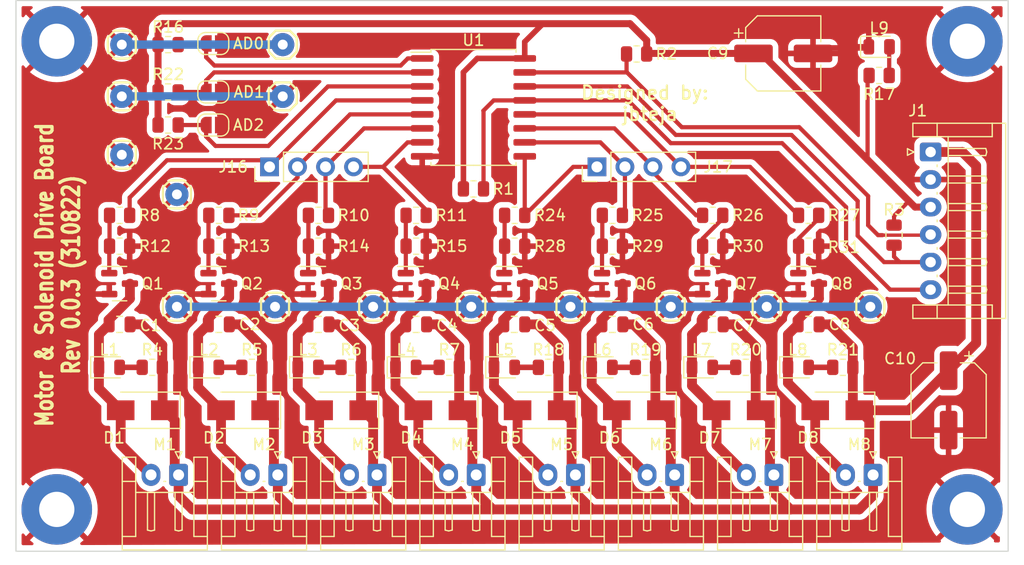
<source format=kicad_pcb>
(kicad_pcb (version 20211014) (generator pcbnew)
  (layers (0 "F.Cu" signal) (31 "B.Cu" signal) (34 "B.Paste" user) (35 "F.Paste" user) (36 "B.SilkS" user "B.Silkscreen") (37 "F.SilkS" user "F.Silkscreen") (38 "B.Mask" user) (39 "F.Mask" user) (44 "Edge.Cuts" user))
  (net 0 "")
  (net 1 "+12V")
  (net 2 "Net-(C1-Pad2)")
  (net 3 "Net-(C2-Pad2)")
  (net 4 "Net-(C3-Pad2)")
  (net 5 "Net-(C4-Pad2)")
  (net 6 "+5V")
  (net 7 "GND")
  (net 8 "Net-(C6-Pad2)")
  (net 9 "Net-(C7-Pad2)")
  (net 10 "Net-(C8-Pad2)")
  (net 11 "/SCL")
  (net 12 "/SDA")
  (net 13 "/~{INT}")
  (net 14 "/A0")
  (net 15 "/A1")
  (net 16 "/A2")
  (net 17 "Net-(L1-Pad2)")
  (net 18 "Net-(Q1-Pad1)")
  (net 19 "Net-(Q2-Pad1)")
  (net 20 "Net-(Q3-Pad1)")
  (net 21 "Net-(Q4-Pad1)")
  (net 22 "Net-(Q5-Pad1)")
  (net 23 "Net-(Q6-Pad1)")
  (net 24 "Net-(Q7-Pad1)")
  (net 25 "Net-(Q8-Pad1)")
  (net 26 "/P0")
  (net 27 "/P1")
  (net 28 "/P2")
  (net 29 "/P3")
  (net 30 "/P4")
  (net 31 "/P5")
  (net 32 "/P6")
  (net 33 "/P7")
  (net 34 "Net-(L2-Pad2)")
  (net 35 "Net-(L3-Pad2)")
  (net 36 "Net-(L4-Pad2)")
  (net 37 "Net-(L5-Pad2)")
  (net 38 "Net-(L6-Pad2)")
  (net 39 "Net-(L7-Pad2)")
  (net 40 "Net-(L8-Pad2)")
  (net 41 "Net-(L9-Pad2)")
  (net 42 "Net-(C5-Pad2)")
  (footprint "Package_TO_SOT_SMD:SOT-23" (layer "F.Cu") (at 158.2 99)
    (fp_text reference "Q7")
    (fp_text value "AO3400A")
  )
  (footprint "Diode_SMD:D_SMA" (layer "F.Cu") (at 133.5 110.5 180)
    (fp_text reference "D4")
    (fp_text value "1N4007")
  )
  (footprint "Resistor_SMD:R_0805_2012Metric" (layer "F.Cu") (at 149.1 95.6)
    (fp_text reference "R29")
    (fp_text value "10K")
  )
  (footprint "Resistor_SMD:R_0805_2012Metric" (layer "F.Cu") (at 131.3 92.8 180)
    (fp_text reference "R11")
    (fp_text value "220")
  )
  (footprint "Connector_JST:JST_EH_S2B-EH_1x02_P2.50mm_Horizontal" (layer "F.Cu") (at 172.75 116.3675 180)
    (fp_text reference "M8")
    (fp_text value "Motor_DC")
  )
  (footprint "Package_TO_SOT_SMD:SOT-23" (layer "F.Cu") (at 166.9 99)
    (fp_text reference "Q8")
    (fp_text value "AO3400A")
  )
  (footprint "LED_SMD:LED_0805_2012Metric" (layer "F.Cu") (at 165.9625 106.6)
    (fp_text reference "L8")
    (fp_text value "RED")
  )
  (footprint "Resistor_SMD:R_0805_2012Metric" (layer "F.Cu") (at 149.1 92.8 180)
    (fp_text reference "R25")
    (fp_text value "220")
  )
  (footprint "Resistor_SMD:R_0805_2012Metric" (layer "F.Cu") (at 136.5 90.4)
    (fp_text reference "R1")
    (fp_text value "4.7K")
  )
  (footprint "Connectors:1X01" (layer "F.Cu") (at 119.2 77.3)
    (fp_text reference "J5" hide)
    (fp_text value "Conn_01x01_Male" hide)
  )
  (footprint "Resistor_SMD:R_0805_2012Metric" (layer "F.Cu") (at 107.3625 106.6 180)
    (fp_text reference "R4")
    (fp_text value "3.3K")
  )
  (footprint "Diode_SMD:D_SMA" (layer "F.Cu") (at 151.5 110.5 180)
    (fp_text reference "D6")
    (fp_text value "1N4007")
  )
  (footprint "Resistor_SMD:R_0805_2012Metric" (layer "F.Cu") (at 170 106.6 180)
    (fp_text reference "R21")
    (fp_text value "3.3K")
  )
  (footprint "Connector_JST:JST_EH_S6B-EH_1x06_P2.50mm_Horizontal" (layer "F.Cu") (at 177.9675 87.05 -90)
    (fp_text reference "J1")
    (fp_text value "Conn_01x06")
  )
  (footprint "Connectors:1X01" (layer "F.Cu") (at 163.1 101.1)
    (fp_text reference "J11" hide)
    (fp_text value "Conn_01x01_Male" hide)
  )
  (footprint "Connector_PinHeader_2.54mm:PinHeader_1x04_P2.54mm_Vertical" (layer "F.Cu") (at 147.7 88.4 90)
    (fp_text reference "J17")
    (fp_text value "Conn_01x04")
  )
  (footprint "Resistor_SMD:R_0805_2012Metric" (layer "F.Cu") (at 158.2 95.6)
    (fp_text reference "R30")
    (fp_text value "10K")
  )
  (footprint "Resistor_SMD:R_0805_2012Metric" (layer "F.Cu") (at 166.9 95.6)
    (fp_text reference "R31")
    (fp_text value "10K")
  )
  (footprint "Capacitor_SMD:C_0805_2012Metric" (layer "F.Cu") (at 158.2 102.7 180)
    (fp_text reference "C7")
    (fp_text value "0.1uF")
  )
  (footprint "Diode_SMD:D_SMA" (layer "F.Cu") (at 106.5 110.5 180)
    (fp_text reference "D1")
    (fp_text value "1N4007")
  )
  (footprint "Connectors:1X01" (layer "F.Cu") (at 109.6 90.9)
    (fp_text reference "J6" hide)
    (fp_text value "Conn_01x01_Male" hide)
  )
  (footprint "Resistor_SMD:R_0805_2012Metric" (layer "F.Cu") (at 131.3 95.6)
    (fp_text reference "R15")
    (fp_text value "10K")
  )
  (footprint "LED_SMD:LED_0805_2012Metric" (layer "F.Cu") (at 103.4625 106.6)
    (fp_text reference "L1")
    (fp_text value "RED")
  )
  (footprint "Resistor_SMD:R_0805_2012Metric" (layer "F.Cu") (at 143.3 106.6 180)
    (fp_text reference "R18")
    (fp_text value "3.3K")
  )
  (footprint "Resistor_SMD:R_0805_2012Metric" (layer "F.Cu") (at 140.2375 95.6)
    (fp_text reference "R28")
    (fp_text value "10K")
  )
  (footprint "Diode_SMD:D_SMA" (layer "F.Cu") (at 160.55 110.5 180)
    (fp_text reference "D7")
    (fp_text value "1N4007")
  )
  (footprint "Connectors:1X01" (layer "F.Cu") (at 136.3 101.1)
    (fp_text reference "J14" hide)
    (fp_text value "Conn_01x01_Male" hide)
  )
  (footprint "Capacitor_SMD:C_0805_2012Metric" (layer "F.Cu") (at 113.4 102.7 180)
    (fp_text reference "C2")
    (fp_text value "0.1uF")
  )
  (footprint "Capacitor_SMD:C_0805_2012Metric" (layer "F.Cu") (at 104.4 102.7 180)
    (fp_text reference "C1")
    (fp_text value "0.1uF")
  )
  (footprint "Resistor_SMD:R_0805_2012Metric" (layer "F.Cu") (at 116.4 106.6 180)
    (fp_text reference "R5")
    (fp_text value "3.3K")
  )
  (footprint "LED_SMD:LED_0805_2012Metric" (layer "F.Cu") (at 148.1625 106.6)
    (fp_text reference "L6")
    (fp_text value "RED")
  )
  (footprint "MountingHole:MountingHole_3.2mm_M3_Pad" (layer "F.Cu") (at 98.7 77)
    (fp_text reference "H2" hide)
    (fp_text value "MountingHole")
  )
  (footprint "Capacitor_SMD:C_0805_2012Metric" (layer "F.Cu") (at 166.9 102.7 180)
    (fp_text reference "C8")
    (fp_text value "0.1uF")
  )
  (footprint "Connector_JST:JST_EH_S2B-EH_1x02_P2.50mm_Horizontal" (layer "F.Cu") (at 109.75 116.3675 180)
    (fp_text reference "M1")
    (fp_text value "Motor_DC")
  )
  (footprint "Package_TO_SOT_SMD:SOT-23" (layer "F.Cu") (at 104.4 99)
    (fp_text reference "Q1")
    (fp_text value "AO3400A")
  )
  (footprint "LED_SMD:LED_0805_2012Metric" (layer "F.Cu") (at 139.3 106.6)
    (fp_text reference "L5")
    (fp_text value "RED")
  )
  (footprint "Resistor_SMD:R_0805_2012Metric" (layer "F.Cu") (at 140.2375 92.8 180)
    (fp_text reference "R24")
    (fp_text value "220")
  )
  (footprint "MountingHole:MountingHole_3.2mm_M3_Pad" (layer "F.Cu") (at 181.3 119.5)
    (fp_text reference "H1" hide)
    (fp_text value "MountingHole")
  )
  (footprint "Connector_JST:JST_EH_S2B-EH_1x02_P2.50mm_Horizontal" (layer "F.Cu") (at 118.75 116.3675 180)
    (fp_text reference "M2")
    (fp_text value "Motor_DC")
  )
  (footprint "Connector_JST:JST_EH_S2B-EH_1x02_P2.50mm_Horizontal" (layer "F.Cu") (at 145.75 116.3675 180)
    (fp_text reference "M5")
    (fp_text value "Motor_DC")
  )
  (footprint "Resistor_SMD:R_0805_2012Metric" (layer "F.Cu") (at 122.4375 92.8 180)
    (fp_text reference "R10")
    (fp_text value "220")
  )
  (footprint "Resistor_SMD:R_0805_2012Metric" (layer "F.Cu") (at 104.4 95.6)
    (fp_text reference "R12")
    (fp_text value "10K")
  )
  (footprint "Connector_JST:JST_EH_S2B-EH_1x02_P2.50mm_Horizontal" (layer "F.Cu") (at 136.75 116.3675 180)
    (fp_text reference "M4")
    (fp_text value "Motor_DC")
  )
  (footprint "Package_TO_SOT_SMD:SOT-23" (layer "F.Cu") (at 113.4 99)
    (fp_text reference "Q2")
    (fp_text value "AO3400A")
  )
  (footprint "Package_TO_SOT_SMD:SOT-23" (layer "F.Cu") (at 122.4375 99)
    (fp_text reference "Q3")
    (fp_text value "AO3400A")
  )
  (footprint "LED_SMD:LED_0805_2012Metric" (layer "F.Cu") (at 130.3625 106.6)
    (fp_text reference "L4")
    (fp_text value "RED")
  )
  (footprint "Package_SO:SOIC-16W_7.5x10.3mm_P1.27mm" (layer "F.Cu") (at 136.5 83)
    (fp_text reference "U1")
    (fp_text value "PCF8574")
  )
  (footprint "Resistor_SMD:R_0805_2012Metric" (layer "F.Cu") (at 134.3 106.6 180)
    (fp_text reference "R7")
    (fp_text value "3.3K")
  )
  (footprint "LED_SMD:LED_0805_2012Metric" (layer "F.Cu") (at 173.3 77.5)
    (fp_text reference "L9")
    (fp_text value "RED")
  )
  (footprint "Capacitor_SMD:CP_Elec_6.3x7.7" (layer "F.Cu") (at 164.6 78.1)
    (fp_text reference "C9")
    (fp_text value "100uF")
  )
  (footprint "Package_TO_SOT_SMD:SOT-23" (layer "F.Cu") (at 149.1 99)
    (fp_text reference "Q6")
    (fp_text value "AO3400A")
  )
  (footprint "Connectors:1X01" (layer "F.Cu") (at 119.2 82)
    (fp_text reference "J7" hide)
    (fp_text value "Conn_01x01_Male" hide)
  )
  (footprint "LED_SMD:LED_0805_2012Metric" (layer "F.Cu") (at 112.4625 106.6)
    (fp_text reference "L2")
    (fp_text value "RED")
  )
  (footprint "Capacitor_SMD:C_0805_2012Metric" (layer "F.Cu") (at 122.4375 102.7 180)
    (fp_text reference "C3")
    (fp_text value "0.1uF")
  )
  (footprint "Connectors:1X01" (layer "F.Cu") (at 145.3 101.1)
    (fp_text reference "J10" hide)
    (fp_text value "Conn_01x01_Male" hide)
  )
  (footprint "Resistor_SMD:R_0805_2012Metric" (layer "F.Cu") (at 152.1 106.6 180)
    (fp_text reference "R19")
    (fp_text value "3.3K")
  )
  (footprint "Resistor_SMD:R_0805_2012Metric" (layer "F.Cu") (at 113.4 95.6)
    (fp_text reference "R13")
    (fp_text value "10K")
  )
  (footprint "Connectors:1X01" (layer "F.Cu") (at 109.6 101.1)
    (fp_text reference "J2" hide)
    (fp_text value "Conn_01x01_Male" hide)
  )
  (footprint "Jumper:SolderJumper-2_P1.3mm_Open_RoundedPad1.0x1.5mm" (layer "F.Cu") (at 112.9 84.6)
    (fp_text reference "AD2")
    (fp_text value "JUMPER-SMT_2_NO")
  )
  (footprint "Resistor_SMD:R_0805_2012Metric" (layer "F.Cu") (at 108.8 84.6)
    (fp_text reference "R23")
    (fp_text value "10K")
  )
  (footprint "Resistor_SMD:R_0805_2012Metric" (layer "F.Cu") (at 158.2 92.8)
    (fp_text reference "R26")
    (fp_text value "220")
  )
  (footprint "Connector_PinHeader_2.54mm:PinHeader_1x04_P2.54mm_Vertical" (layer "F.Cu") (at 118 88.4 90)
    (fp_text reference "J16")
    (fp_text value "Conn_01x04")
  )
  (footprint "Package_TO_SOT_SMD:SOT-23" (layer "F.Cu") (at 131.3 99)
    (fp_text reference "Q4")
    (fp_text value "AO3400A")
  )
  (footprint "Resistor_SMD:R_0805_2012Metric" (layer "F.Cu") (at 108.8 77.3)
    (fp_text reference "R16")
    (fp_text value "10K")
  )
  (footprint "Connectors:1X01" (layer "F.Cu") (at 172.5 101.1)
    (fp_text reference "J13" hide)
    (fp_text value "Conn_01x01_Male" hide)
  )
  (footprint "Diode_SMD:D_SMA" (layer "F.Cu") (at 142.5 110.5 180)
    (fp_text reference "D5")
    (fp_text value "1N4007")
  )
  (footprint "Capacitor_SMD:C_0805_2012Metric" (layer "F.Cu") (at 131.3 102.7 180)
    (fp_text reference "C4")
    (fp_text value "0.1uF")
  )
  (footprint "Connectors:1X01" (layer "F.Cu") (at 104.6 82)
    (fp_text reference "J4" hide)
    (fp_text value "Conn_01x01_Male" hide)
  )
  (footprint "Capacitor_SMD:CP_Elec_6.3x7.7" (layer "F.Cu") (at 179.6 109.6 -90)
    (fp_text reference "C10")
    (fp_text value "100uF")
  )
  (footprint "Connector_JST:JST_EH_S2B-EH_1x02_P2.50mm_Horizontal" (layer "F.Cu") (at 127.75 116.3675 180)
    (fp_text reference "M3")
    (fp_text value "Motor_DC")
  )
  (footprint "Package_TO_SOT_SMD:SOT-23" (layer "F.Cu") (at 140.2375 99)
    (fp_text reference "Q5")
    (fp_text value "AO3400A")
  )
  (footprint "MountingHole:MountingHole_3.2mm_M3_Pad" (layer "F.Cu") (at 181.3 77)
    (fp_text reference "H4" hide)
    (fp_text value "MountingHole")
  )
  (footprint "Connectors:1X01" (layer "F.Cu") (at 154.4 101.1)
    (fp_text reference "J12" hide)
    (fp_text value "Conn_01x01_Male" hide)
  )
  (footprint "Capacitor_SMD:C_0805_2012Metric" (layer "F.Cu") (at 140.2 102.7 180)
    (fp_text reference "C5")
    (fp_text value "0.1uF")
  )
  (footprint "Resistor_SMD:R_0805_2012Metric" (layer "F.Cu") (at 104.4 92.8 180)
    (fp_text reference "R8")
    (fp_text value "220")
  )
  (footprint "LED_SMD:LED_0805_2012Metric" (layer "F.Cu") (at 121.5 106.6)
    (fp_text reference "L3")
    (fp_text value "RED")
  )
  (footprint "Connectors:1X01" (layer "F.Cu") (at 118.5 101.1)
    (fp_text reference "J9" hide)
    (fp_text value "Conn_01x01_Male" hide)
  )
  (footprint "Resistor_SMD:R_0805_2012Metric" (layer "F.Cu") (at 173.3 80.1)
    (fp_text reference "R17")
    (fp_text value "1.5K")
  )
  (footprint "Jumper:SolderJumper-2_P1.3mm_Open_RoundedPad1.0x1.5mm" (layer "F.Cu") (at 112.9 81.6)
    (fp_text reference "AD1")
    (fp_text value "JUMPER-SMT_2_NO")
  )
  (footprint "Resistor_SMD:R_0805_2012Metric" (layer "F.Cu") (at 125.4 106.6 180)
    (fp_text reference "R6")
    (fp_text value "3.3K")
  )
  (footprint "Resistor_SMD:R_0805_2012Metric" (layer "F.Cu") (at 161.2 106.6 180)
    (fp_text reference "R20")
    (fp_text value "3.3K")
  )
  (footprint "Resistor_SMD:R_0805_2012Metric" (layer "F.Cu") (at 108.8 81.6)
    (fp_text reference "R22")
    (fp_text value "10K")
  )
  (footprint "Jumper:SolderJumper-2_P1.3mm_Open_RoundedPad1.0x1.5mm" (layer "F.Cu") (at 112.9 77.2)
    (fp_text reference "AD0")
    (fp_text value "JUMPER-SMT_2_NO")
  )
  (footprint "Diode_SMD:D_SMA" (layer "F.Cu") (at 124.5 110.5 180)
    (fp_text reference "D3")
    (fp_text value "1N4007")
  )
  (footprint "Connector_JST:JST_EH_S2B-EH_1x02_P2.50mm_Horizontal" (layer "F.Cu") (at 154.75 116.3675 180)
    (fp_text reference "M6")
    (fp_text value "Motor_DC")
  )
  (footprint "Connectors:1X01" (layer "F.Cu") (at 104.6 87.3)
    (fp_text reference "J15" hide)
    (fp_text value "Conn_01x01_Male" hide)
  )
  (footprint "Resistor_SMD:R_0805_2012Metric" (layer "F.Cu") (at 166.9 92.8)
    (fp_text reference "R27")
    (fp_text value "220")
  )
  (footprint "Capacitor_SMD:C_0805_2012Metric" (layer "F.Cu") (at 149.1 102.7 180)
    (fp_text reference "C6")
    (fp_text value "0.1uF")
  )
  (footprint "Resistor_SMD:R_0805_2012Metric" (layer "F.Cu") (at 151.3 78.15 180)
    (fp_text reference "R2")
    (fp_text value "4.7K")
  )
  (footprint "Diode_SMD:D_SMA" (layer "F.Cu") (at 115.6 110.5 180)
    (fp_text reference "D2")
    (fp_text value "1N4007")
  )
  (footprint "Connectors:1X01" (layer "F.Cu") (at 127.4 101.1)
    (fp_text reference "J3" hide)
    (fp_text value "Conn_01x01_Male" hide)
  )
  (footprint "Connector_JST:JST_EH_S2B-EH_1x02_P2.50mm_Horizontal" (layer "F.Cu") (at 163.75 116.3675 180)
    (fp_text reference "M7")
    (fp_text value "Motor_DC")
  )
  (footprint "Diode_SMD:D_SMA" (layer "F.Cu") (at 169.5 110.5 180)
    (fp_text reference "D8")
    (fp_text value "1N4007")
  )
  (footprint "LED_SMD:LED_0805_2012Metric" (layer "F.Cu") (at 157.2625 106.6)
    (fp_text reference "L7")
    (fp_text value "RED")
  )
  (footprint "Connectors:1X01" (layer "F.Cu") (at 104.6 77.3)
    (fp_text reference "J8" hide)
    (fp_text value "Conn_01x01_Male" hide)
  )
  (footprint "MountingHole:MountingHole_3.2mm_M3_Pad" (layer "F.Cu") (at 98.7 119.5)
    (fp_text reference "H3" hide)
    (fp_text value "MountingHole")
  )
  (footprint "Resistor_SMD:R_0805_2012Metric" (layer "F.Cu") (at 113.4 92.8 180)
    (fp_text reference "R9")
    (fp_text value "220")
  )
  (footprint "Resistor_SMD:R_0805_2012Metric" (layer "F.Cu") (at 122.4375 95.6)
    (fp_text reference "R14")
    (fp_text value "10K")
  )
  (footprint "Resistor_SMD:R_0805_2012Metric" (layer "F.Cu") (at 174.65 94.6 -90)
    (fp_text reference "R3")
    (fp_text value "4.7K")
  )
  (gr_rect (start 95 123.3) (end 185 73.3) (layer "Edge.Cuts") (width 0.1) (fill none))
  (gr_text "Motor & Solenoid Drive Board\nRev 0.0.3 (310822)" (at 98.8 98.2 90) (layer "F.SilkS") (effects (font (size 1.5 1.2) (thickness 0.3))))
  (gr_text "Designed by: \njbteja\n\n" (at 152.5 83.6) (layer "F.SilkS") (effects (font (size 1.2 1.2) (thickness 0.2))))
  (segment (start 108.5 110.5) (end 108.3 110.3) (width 0.889) (layer "F.Cu") (net 1))
  (segment (start 162.1 110.05) (end 162.1 106.6125) (width 0.889) (layer "F.Cu") (net 1))
  (segment (start 144.2125 104.6125) (end 142.3 102.7) (width 0.889) (layer "F.Cu") (net 1))
  (segment (start 127.4 116.0175) (end 127.4 111.4) (width 0.889) (layer "F.Cu") (net 1))
  (segment (start 154.4 111.4) (end 153.5 110.5) (width 0.889) (layer "F.Cu") (net 1))
  (segment (start 168.8 102.7) (end 167.85 102.7) (width 0.889) (layer "F.Cu") (net 1))
  (segment (start 170.9125 104.8125) (end 168.8 102.7) (width 0.889) (layer "F.Cu") (net 1))
  (segment (start 109.75 116.3675) (end 109.4 116.0175) (width 0.889) (layer "F.Cu") (net 1))
  (segment (start 163.4 111.35) (end 162.55 110.5) (width 0.889) (layer "F.Cu") (net 1))
  (segment (start 120 119.5) (end 111 119.5) (width 0.889) (layer "F.Cu") (net 1))
  (segment (start 162.1 106.6125) (end 162.1125 106.6) (width 0.889) (layer "F.Cu") (net 1))
  (segment (start 153.0125 104.7125) (end 151 102.7) (width 0.889) (layer "F.Cu") (net 1))
  (segment (start 126.3125 104.8125) (end 124.2 102.7) (width 0.889) (layer "F.Cu") (net 1))
  (segment (start 136.75 118) (end 138.25 119.5) (width 0.889) (layer "F.Cu") (net 1))
  (segment (start 118.75 116.3675) (end 118.75 118.25) (width 0.889) (layer "F.Cu") (net 1))
  (segment (start 118.75 118.25) (end 120 119.5) (width 0.889) (layer "F.Cu") (net 1))
  (segment (start 145.75 118) (end 147.25 119.5) (width 0.889) (layer "F.Cu") (net 1))
  (segment (start 135.2 106.6125) (end 135.2125 106.6) (width 0.889) (layer "F.Cu") (net 1))
  (segment (start 126.3125 106.6) (end 126.3125 104.8125) (width 0.889) (layer "F.Cu") (net 1))
  (segment (start 165.25 119.5) (end 156.25 119.5) (width 0.889) (layer "F.Cu") (net 1))
  (segment (start 117.3 106.6125) (end 117.3125 106.6) (width 0.889) (layer "F.Cu") (net 1))
  (segment (start 153 110) (end 153 106.6125) (width 0.889) (layer "F.Cu") (net 1))
  (segment (start 109.4 111.4) (end 108.5 110.5) (width 0.889) (layer "F.Cu") (net 1))
  (segment (start 144.2 106.6125) (end 144.2125 106.6) (width 0.889) (layer "F.Cu") (net 1))
  (segment (start 126.5 110.5) (end 126.3 110.3) (width 0.889) (layer "F.Cu") (net 1))
  (segment (start 109.75 118.25) (end 109.75 116.3675) (width 0.889) (layer "F.Cu") (net 1))
  (segment (start 163.75 116.3675) (end 163.75 118) (width 0.889) (layer "F.Cu") (net 1))
  (segment (start 176 110.5) (end 171.5 110.5) (width 0.889) (layer "F.Cu") (net 1))
  (segment (start 135.2125 106.6) (end 135.2125 104.7125) (width 0.889) (layer "F.Cu") (net 1))
  (segment (start 129 119.5) (end 120 119.5) (width 0.889) (layer "F.Cu") (net 1))
  (segment (start 154.75 118) (end 156.25 119.5) (width 0.889) (layer "F.Cu") (net 1))
  (segment (start 179.6 106.9) (end 176 110.5) (width 0.889) (layer "F.Cu") (net 1))
  (segment (start 127.4 111.4) (end 126.5 110.5) (width 0.889) (layer "F.Cu") (net 1))
  (segment (start 172.75 118.25) (end 171.5 119.5) (width 0.889) (layer "F.Cu") (net 1))
  (segment (start 138.25 119.5) (end 147.25 119.5) (width 0.889) (layer "F.Cu") (net 1))
  (segment (start 136.75 116.3675) (end 136.75 118) (width 0.889) (layer "F.Cu") (net 1))
  (segment (start 136.4 111.4) (end 135.5 110.5) (width 0.889) (layer "F.Cu") (net 1))
  (segment (start 126.3 110.3) (end 126.3 106.6125) (width 0.889) (layer "F.Cu") (net 1))
  (segment (start 154.75 116.3675) (end 154.75 118) (width 0.889) (layer "F.Cu") (net 1))
  (segment (start 147.25 119.5) (end 156.25 119.5) (width 0.889) (layer "F.Cu") (net 1))
  (segment (start 108.3 110.3) (end 108.3 106.625) (width 0.889) (layer "F.Cu") (net 1))
  (segment (start 154.75 116.3675) (end 154.4 116.0175) (width 0.889) (layer "F.Cu") (net 1))
  (segment (start 108.3 106.625) (end 108.275 106.6) (width 0.889) (layer "F.Cu") (net 1))
  (segment (start 171.5 110.5) (end 170.9125 109.9125) (width 0.889) (layer "F.Cu") (net 1))
  (segment (start 162.1125 106.6) (end 162.1125 104.7125) (width 0.889) (layer "F.Cu") (net 1))
  (segment (start 172.75 116.3675) (end 172.4 116.0175) (width 0.889) (layer "F.Cu") (net 1))
  (segment (start 142.3 102.7) (end 141.15 102.7) (width 0.889) (layer "F.Cu") (net 1))
  (segment (start 117.3125 106.6) (end 117.3125 104.7125) (width 0.889) (layer "F.Cu") (net 1))
  (segment (start 118.4 116.0175) (end 118.4 111.3) (width 0.889) (layer "F.Cu") (net 1))
  (segment (start 145.4 116.0175) (end 145.4 111.4) (width 0.889) (layer "F.Cu") (net 1))
  (segment (start 170.9125 109.9125) (end 170.9125 106.6) (width 0.889) (layer "F.Cu") (net 1))
  (segment (start 145.75 116.3675) (end 145.75 118) (width 0.889) (layer "F.Cu") (net 1))
  (segment (start 162.1125 104.7125) (end 160.1 102.7) (width 0.889) (layer "F.Cu") (net 1))
  (segment (start 172.75 116.3675) (end 172.75 118.25) (width 0.889) (layer "F.Cu") (net 1))
  (segment (start 124.2 102.7) (end 123.3875 102.7) (width 0.889) (layer "F.Cu") (net 1))
  (segment (start 172.4 111.4) (end 171.5 110.5) (width 0.889) (layer "F.Cu") (net 1))
  (segment (start 135.5 110.5) (end 135.2 110.2) (width 0.889) (layer "F.Cu") (net 1))
  (segment (start 145.75 116.3675) (end 145.4 116.0175) (width 0.889) (layer "F.Cu") (net 1))
  (segment (start 171.5 119.5) (end 165.25 119.5) (width 0.889) (layer "F.Cu") (net 1))
  (segment (start 126.3 106.6125) (end 126.3125 106.6) (width 0.889) (layer "F.Cu") (net 1))
  (segment (start 163.75 116.3675) (end 163.4 116.0175) (width 0.889) (layer "F.Cu") (net 1))
  (segment (start 153 106.6125) (end 153.0125 106.6) (width 0.889) (layer "F.Cu") (net 1))
  (segment (start 117.6 110.5) (end 117.3 110.2) (width 0.889) (layer "F.Cu") (net 1))
  (segment (start 172.4 116.0175) (end 172.4 111.4) (width 0.889) (layer "F.Cu") (net 1))
  (segment (start 108.275 106.6) (end 108.275 104.575) (width 0.889) (layer "F.Cu") (net 1))
  (segment (start 136.4 116.0175) (end 136.4 111.4) (width 0.889) (layer "F.Cu") (net 1))
  (segment (start 177.9675 87.05) (end 180.85 87.05) (width 0.889) (layer "F.Cu") (net 1))
  (segment (start 127.75 118.25) (end 129 119.5) (width 0.889) (layer "F.Cu") (net 1))
  (segment (start 127.75 116.3675) (end 127.4 116.0175) (width 0.889) (layer "F.Cu") (net 1))
  (segment (start 163.4 116.0175) (end 163.4 111.35) (width 0.889) (layer "F.Cu") (net 1))
  (segment (start 135.2 110.2) (end 135.2 106.6125) (width 0.889) (layer "F.Cu") (net 1))
  (segment (start 153.0125 106.6) (end 153.0125 104.7125) (width 0.889) (layer "F.Cu") (net 1))
  (segment (start 117.3125 104.7125) (end 115.3 102.7) (width 0.889) (layer "F.Cu") (net 1))
  (segment (start 115.3 102.7) (end 114.35 102.7) (width 0.889) (layer "F.Cu") (net 1))
  (segment (start 154.4 116.0175) (end 154.4 111.4) (width 0.889) (layer "F.Cu") (net 1))
  (segment (start 145.4 111.4) (end 144.5 110.5) (width 0.889) (layer "F.Cu") (net 1))
  (segment (start 118.4 111.3) (end 117.6 110.5) (width 0.889) (layer "F.Cu") (net 1))
  (segment (start 144.5 110.5) (end 144.2 110.2) (width 0.889) (layer "F.Cu") (net 1))
  (segment (start 151 102.7) (end 150.05 102.7) (width 0.889) (layer "F.Cu") (net 1))
  (segment (start 182.1 104.4) (end 179.6 106.9) (width 0.889) (layer "F.Cu") (net 1))
  (segment (start 138.25 119.5) (end 129 119.5) (width 0.889) (layer "F.Cu") (net 1))
  (segment (start 182.1 88.3) (end 182.1 104.4) (width 0.889) (layer "F.Cu") (net 1))
  (segment (start 109.4 116.0175) (end 109.4 111.4) (width 0.889) (layer "F.Cu") (net 1))
  (segment (start 135.2125 104.7125) (end 133.2 102.7) (width 0.889) (layer "F.Cu") (net 1))
  (segment (start 180.85 87.05) (end 182.1 88.3) (width 0.889) (layer "F.Cu") (net 1))
  (segment (start 117.3 110.2) (end 117.3 106.6125) (width 0.889) (layer "F.Cu") (net 1))
  (segment (start 111 119.5) (end 109.75 118.25) (width 0.889) (layer "F.Cu") (net 1))
  (segment (start 170.9125 106.6) (end 170.9125 104.8125) (width 0.889) (layer "F.Cu") (net 1))
  (segment (start 153.5 110.5) (end 153 110) (width 0.889) (layer "F.Cu") (net 1))
  (segment (start 144.2125 106.6) (end 144.2125 104.6125) (width 0.889) (layer "F.Cu") (net 1))
  (segment (start 136.75 116.3675) (end 136.4 116.0175) (width 0.889) (layer "F.Cu") (net 1))
  (segment (start 144.2 110.2) (end 144.2 106.6125) (width 0.889) (layer "F.Cu") (net 1))
  (segment (start 106.4 102.7) (end 105.35 102.7) (width 0.889) (layer "F.Cu") (net 1))
  (segment (start 160.1 102.7) (end 159.15 102.7) (width 0.889) (layer "F.Cu") (net 1))
  (segment (start 108.275 104.575) (end 106.4 102.7) (width 0.889) (layer "F.Cu") (net 1))
  (segment (start 127.75 116.3675) (end 127.75 118.25) (width 0.889) (layer "F.Cu") (net 1))
  (segment (start 118.75 116.3675) (end 118.4 116.0175) (width 0.889) (layer "F.Cu") (net 1))
  (segment (start 163.75 118) (end 165.25 119.5) (width 0.889) (layer "F.Cu") (net 1))
  (segment (start 133.2 102.7) (end 132.25 102.7) (width 0.889) (layer "F.Cu") (net 1))
  (segment (start 162.55 110.5) (end 162.1 110.05) (width 0.889) (layer "F.Cu") (net 1))
  (segment (start 102.525 103.625) (end 103.45 102.7) (width 0.889) (layer "F.Cu") (net 2))
  (segment (start 105.3375 100.3625) (end 105.3375 99) (width 0.889) (layer "F.Cu") (net 2))
  (segment (start 104.5 113.6175) (end 104.5 110.5) (width 0.889) (layer "F.Cu") (net 2))
  (segment (start 103.45 102.25) (end 105.3375 100.3625) (width 0.889) (layer "F.Cu") (net 2))
  (segment (start 103.45 102.7) (end 103.45 102.25) (width 0.889) (layer "F.Cu") (net 2))
  (segment (start 107.25 116.3675) (end 104.5 113.6175) (width 0.889) (layer "F.Cu") (net 2))
  (segment (start 102.525 108.525) (end 102.525 106.6) (width 0.889) (layer "F.Cu") (net 2))
  (segment (start 102.525 106.6) (end 102.525 103.625) (width 0.889) (layer "F.Cu") (net 2))
  (segment (start 104.5 110.5) (end 102.525 108.525) (width 0.889) (layer "F.Cu") (net 2))
  (segment (start 111.525 106.6) (end 111.525 103.625) (width 0.889) (layer "F.Cu") (net 3))
  (segment (start 112.45 102.15) (end 114.3375 100.2625) (width 0.889) (layer "F.Cu") (net 3))
  (segment (start 111.525 108.425) (end 111.525 106.6) (width 0.889) (layer "F.Cu") (net 3))
  (segment (start 116.25 116.3675) (end 113.6 113.7175) (width 0.889) (layer "F.Cu") (net 3))
  (segment (start 111.525 103.625) (end 112.45 102.7) (width 0.889) (layer "F.Cu") (net 3))
  (segment (start 113.6 110.5) (end 111.525 108.425) (width 0.889) (layer "F.Cu") (net 3))
  (segment (start 114.3375 100.2625) (end 114.3375 99) (width 0.889) (layer "F.Cu") (net 3))
  (segment (start 112.45 102.7) (end 112.45 102.15) (width 0.889) (layer "F.Cu") (net 3))
  (segment (start 113.6 113.7175) (end 113.6 110.5) (width 0.889) (layer "F.Cu") (net 3))
  (segment (start 120.5625 106.6) (end 120.5625 103.625) (width 0.889) (layer "F.Cu") (net 4))
  (segment (start 125.25 116.3675) (end 122.5 113.6175) (width 0.889) (layer "F.Cu") (net 4))
  (segment (start 122.5 113.6175) (end 122.5 110.5) (width 0.889) (layer "F.Cu") (net 4))
  (segment (start 121.4875 102.7) (end 121.4875 102.2125) (width 0.889) (layer "F.Cu") (net 4))
  (segment (start 120.5625 108.5625) (end 120.5625 106.6) (width 0.889) (layer "F.Cu") (net 4))
  (segment (start 122.5 110.5) (end 120.5625 108.5625) (width 0.889) (layer "F.Cu") (net 4))
  (segment (start 123.375 100.325) (end 123.375 99) (width 0.889) (layer "F.Cu") (net 4))
  (segment (start 120.5625 103.625) (end 121.4875 102.7) (width 0.889) (layer "F.Cu") (net 4))
  (segment (start 121.4875 102.2125) (end 123.375 100.325) (width 0.889) (layer "F.Cu") (net 4))
  (segment (start 130.35 102.7) (end 130.35 102.15) (width 0.889) (layer "F.Cu") (net 5))
  (segment (start 134.25 116.3675) (end 131.5 113.6175) (width 0.889) (layer "F.Cu") (net 5))
  (segment (start 131.5 113.6175) (end 131.5 110.5) (width 0.889) (layer "F.Cu") (net 5))
  (segment (start 131.5 110.5) (end 129.425 108.425) (width 0.889) (layer "F.Cu") (net 5))
  (segment (start 129.425 106.6) (end 129.425 103.625) (width 0.889) (layer "F.Cu") (net 5))
  (segment (start 129.425 103.625) (end 130.35 102.7) (width 0.889) (layer "F.Cu") (net 5))
  (segment (start 129.425 108.425) (end 129.425 106.6) (width 0.889) (layer "F.Cu") (net 5))
  (segment (start 130.35 102.15) (end 132.2375 100.2625) (width 0.889) (layer "F.Cu") (net 5))
  (segment (start 132.2375 100.2625) (end 132.2375 99) (width 0.889) (layer "F.Cu") (net 5))
  (segment (start 107.8875 75.8125) (end 107.8875 77.3) (width 0.635) (layer "F.Cu") (net 6))
  (segment (start 141.15 78.555) (end 136.845 78.555) (width 0.508) (layer "F.Cu") (net 6))
  (segment (start 150.7 75.4) (end 108.3 75.4) (width 0.635) (layer "F.Cu") (net 6))
  (segment (start 162.6 78.1) (end 161.9 78.1) (width 0.635) (layer "F.Cu") (net 6))
  (segment (start 152.2625 78.1) (end 152.2125 78.15) (width 0.635) (layer "F.Cu") (net 6))
  (segment (start 161.9 78.1) (end 152.2625 78.1) (width 0.635) (layer "F.Cu") (net 6))
  (segment (start 177.9675 92.05) (end 176.55 92.05) (width 0.635) (layer "F.Cu") (net 6))
  (segment (start 152.2125 76.9125) (end 150.7 75.4) (width 0.635) (layer "F.Cu") (net 6))
  (segment (start 176.55 92.05) (end 176 91.5) (width 0.635) (layer "F.Cu") (net 6))
  (segment (start 107.8875 81.6) (end 107.8875 84.6) (width 0.635) (layer "F.Cu") (net 6))
  (segment (start 136.845 78.555) (end 135.5875 79.8125) (width 0.508) (layer "F.Cu") (net 6))
  (segment (start 174.65 92.85) (end 176 91.5) (width 0.381) (layer "F.Cu") (net 6))
  (segment (start 152.2125 78.15) (end 152.2125 76.9125) (width 0.635) (layer "F.Cu") (net 6))
  (segment (start 142.7 75.5) (end 141.15 77.05) (width 0.508) (layer "F.Cu") (net 6))
  (segment (start 135.5875 79.8125) (end 135.5875 90.4) (width 0.508) (layer "F.Cu") (net 6))
  (segment (start 141.15 77.05) (end 141.15 78.555) (width 0.508) (layer "F.Cu") (net 6))
  (segment (start 172.25 80.2375) (end 172.25 87.75) (width 0.381) (layer "F.Cu") (net 6))
  (segment (start 172.25 87.75) (end 162.6 78.1) (width 0.635) (layer "F.Cu") (net 6))
  (segment (start 107.8875 77.3) (end 107.8875 81.6) (width 0.635) (layer "F.Cu") (net 6))
  (segment (start 174.65 93.6875) (end 174.65 92.85) (width 0.381) (layer "F.Cu") (net 6))
  (segment (start 108.3 75.4) (end 107.8875 75.8125) (width 0.635) (layer "F.Cu") (net 6))
  (segment (start 176 91.5) (end 172.25 87.75) (width 0.635) (layer "F.Cu") (net 6))
  (segment (start 172.3875 80.1) (end 172.25 80.2375) (width 0.381) (layer "F.Cu") (net 6))
  (segment (start 167.3 78.1) (end 167.8 77.6) (width 0.508) (layer "F.Cu") (net 7))
  (segment (start 119.2 77.3) (end 113.65 77.3) (width 0.762) (layer "F.Cu") (net 7))
  (segment (start 172.2625 77.6) (end 172.3625 77.5) (width 0.508) (layer "F.Cu") (net 7))
  (segment (start 113.65 77.3) (end 113.55 77.2) (width 0.762) (layer "F.Cu") (net 7))
  (segment (start 167.8 77.6) (end 172.2625 77.6) (width 0.508) (layer "F.Cu") (net 7))
  (segment (start 104.6 82) (end 119.2 82) (width 0.762) (layer "B.Cu") (net 7))
  (segment (start 109.6 101.1) (end 172.5 101.1) (width 0.762) (layer "B.Cu") (net 7))
  (segment (start 104.6 77.3) (end 119.2 77.3) (width 0.762) (layer "B.Cu") (net 7))
  (segment (start 149.5 110.5) (end 147.225 108.225) (width 0.889) (layer "F.Cu") (net 8))
  (segment (start 148.15 102.25) (end 150.0375 100.3625) (width 0.889) (layer "F.Cu") (net 8))
  (segment (start 148.15 102.7) (end 148.15 102.25) (width 0.889) (layer "F.Cu") (net 8))
  (segment (start 147.225 106.6) (end 147.225 103.625) (width 0.889) (layer "F.Cu") (net 8))
  (segment (start 152.25 116.3675) (end 149.5 113.6175) (width 0.889) (layer "F.Cu") (net 8))
  (segment (start 147.225 108.225) (end 147.225 106.6) (width 0.889) (layer "F.Cu") (net 8))
  (segment (start 147.225 103.625) (end 148.15 102.7) (width 0.889) (layer "F.Cu") (net 8))
  (segment (start 149.5 113.6175) (end 149.5 110.5) (width 0.889) (layer "F.Cu") (net 8))
  (segment (start 150.0375 100.3625) (end 150.0375 99) (width 0.889) (layer "F.Cu") (net 8))
  (segment (start 158.55 113.6675) (end 158.55 110.5) (width 0.889) (layer "F.Cu") (net 9))
  (segment (start 159.1375 100.2625) (end 159.1375 99) (width 0.889) (layer "F.Cu") (net 9))
  (segment (start 156.325 106.6) (end 156.325 103.625) (width 0.889) (layer "F.Cu") (net 9))
  (segment (start 157.25 102.7) (end 157.25 102.15) (width 0.889) (layer "F.Cu") (net 9))
  (segment (start 156.325 103.625) (end 157.25 102.7) (width 0.889) (layer "F.Cu") (net 9))
  (segment (start 161.25 116.3675) (end 158.55 113.6675) (width 0.889) (layer "F.Cu") (net 9))
  (segment (start 158.55 110.5) (end 156.325 108.275) (width 0.889) (layer "F.Cu") (net 9))
  (segment (start 156.325 108.275) (end 156.325 106.6) (width 0.889) (layer "F.Cu") (net 9))
  (segment (start 157.25 102.15) (end 159.1375 100.2625) (width 0.889) (layer "F.Cu") (net 9))
  (segment (start 165.025 108.025) (end 165.025 106.6) (width 0.889) (layer "F.Cu") (net 10))
  (segment (start 167.8375 100.3625) (end 167.8375 99) (width 0.889) (layer "F.Cu") (net 10))
  (segment (start 165.025 106.6) (end 165.025 103.625) (width 0.889) (layer "F.Cu") (net 10))
  (segment (start 165.95 102.25) (end 167.8375 100.3625) (width 0.889) (layer "F.Cu") (net 10))
  (segment (start 165.95 102.7) (end 165.95 102.25) (width 0.889) (layer "F.Cu") (net 10))
  (segment (start 167.5 110.5) (end 165.025 108.025) (width 0.889) (layer "F.Cu") (net 10))
  (segment (start 165.025 103.625) (end 165.95 102.7) (width 0.889) (layer "F.Cu") (net 10))
  (segment (start 170.25 116.3675) (end 167.5 113.6175) (width 0.889) (layer "F.Cu") (net 10))
  (segment (start 167.5 113.6175) (end 167.5 110.5) (width 0.889) (layer "F.Cu") (net 10))
  (segment (start 174.65 95.5125) (end 174.65 96.55) (width 0.381) (layer "F.Cu") (net 11))
  (segment (start 173.75 97.05) (end 171.35 94.65) (width 0.381) (layer "F.Cu") (net 11))
  (segment (start 171.35 91.5) (end 165.35 85.5) (width 0.381) (layer "F.Cu") (net 11))
  (segment (start 177.9675 97.05) (end 175.15 97.05) (width 0.381) (layer "F.Cu") (net 11))
  (segment (start 165.35 85.5) (end 154.85 85.5) (width 0.381) (layer "F.Cu") (net 11))
  (segment (start 171.35 94.65) (end 171.35 91.5) (width 0.381) (layer "F.Cu") (net 11))
  (segment (start 150.445 81.095) (end 141.15 81.095) (width 0.381) (layer "F.Cu") (net 11))
  (segment (start 175.15 97.05) (end 173.75 97.05) (width 0.381) (layer "F.Cu") (net 11))
  (segment (start 174.65 96.55) (end 175.15 97.05) (width 0.381) (layer "F.Cu") (net 11))
  (segment (start 154.85 85.5) (end 150.445 81.095) (width 0.381) (layer "F.Cu") (net 11))
  (segment (start 173.6 94.6) (end 173.35 94.6) (width 0.3048) (layer "F.Cu") (net 12))
  (segment (start 150.425 79.825) (end 155.4 84.8) (width 0.381) (layer "F.Cu") (net 12))
  (segment (start 173.2 94.6) (end 173.6 94.6) (width 0.381) (layer "F.Cu") (net 12))
  (segment (start 166.05 84.8) (end 172.3 91.05) (width 0.381) (layer "F.Cu") (net 12))
  (segment (start 177.9175 94.6) (end 173.6 94.6) (width 0.3048) (layer "F.Cu") (net 12))
  (segment (start 172.3 91.05) (end 172.3 93.7) (width 0.381) (layer "F.Cu") (net 12))
  (segment (start 150.3875 78.15) (end 150.3875 79.7875) (width 0.381) (layer "F.Cu") (net 12))
  (segment (start 141.15 79.825) (end 150.425 79.825) (width 0.381) (layer "F.Cu") (net 12))
  (segment (start 155.4 84.8) (end 166.05 84.8) (width 0.381) (layer "F.Cu") (net 12))
  (segment (start 150.3875 79.7875) (end 150.425 79.825) (width 0.381) (layer "F.Cu") (net 12))
  (segment (start 177.9675 94.55) (end 177.9175 94.6) (width 0.3048) (layer "F.Cu") (net 12))
  (segment (start 172.3 93.7) (end 173.2 94.6) (width 0.381) (layer "F.Cu") (net 12))
  (segment (start 137.4125 83.3125) (end 137.4 83.3) (width 0.381) (layer "F.Cu") (net 13))
  (segment (start 170.3 95.55) (end 170.3 92.05) (width 0.381) (layer "F.Cu") (net 13))
  (segment (start 137.4 83.3) (end 138.335 82.365) (width 0.381) (layer "F.Cu") (net 13))
  (segment (start 164.5 86.25) (end 154.4 86.25) (width 0.381) (layer "F.Cu") (net 13))
  (segment (start 170.3 92.05) (end 164.5 86.25) (width 0.381) (layer "F.Cu") (net 13))
  (segment (start 150.515 82.365) (end 141.15 82.365) (width 0.381) (layer "F.Cu") (net 13))
  (segment (start 137.4125 90.4) (end 137.4125 83.3125) (width 0.381) (layer "F.Cu") (net 13))
  (segment (start 177.9675 99.55) (end 174.3 99.55) (width 0.381) (layer "F.Cu") (net 13))
  (segment (start 154.4 86.25) (end 150.515 82.365) (width 0.381) (layer "F.Cu") (net 13))
  (segment (start 138.335 82.365) (end 141.15 82.365) (width 0.381) (layer "F.Cu") (net 13))
  (segment (start 174.3 99.55) (end 170.3 95.55) (width 0.381) (layer "F.Cu") (net 13))
  (segment (start 112.25 78.45) (end 112.25 77.2) (width 0.381) (layer "F.Cu") (net 14))
  (segment (start 112.25 77.2) (end 109.9 77.2) (width 0.381) (layer "F.Cu") (net 14))
  (segment (start 109.9 77.2) (end 109.8 77.3) (width 0.381) (layer "F.Cu") (net 14))
  (segment (start 131.85 78.555) (end 130.545 78.555) (width 0.381) (layer "F.Cu") (net 14))
  (segment (start 130.545 78.555) (end 129.9 79.2) (width 0.381) (layer "F.Cu") (net 14))
  (segment (start 113 79.2) (end 112.25 78.45) (width 0.381) (layer "F.Cu") (net 14))
  (segment (start 129.9 79.2) (end 113 79.2) (width 0.381) (layer "F.Cu") (net 14))
  (segment (start 112.25 81.6) (end 109.7125 81.6) (width 0.381) (layer "F.Cu") (net 15))
  (segment (start 112.975 79.825) (end 112.25 80.55) (width 0.381) (layer "F.Cu") (net 15))
  (segment (start 112.25 80.55) (end 112.25 81.6) (width 0.381) (layer "F.Cu") (net 15))
  (segment (start 131.85 79.825) (end 112.975 79.825) (width 0.381) (layer "F.Cu") (net 15))
  (segment (start 123.305 81.095) (end 117.9 86.5) (width 0.381) (layer "F.Cu") (net 16))
  (segment (start 112.25 85.65) (end 112.25 84.6) (width 0.381) (layer "F.Cu") (net 16))
  (segment (start 113.1 86.5) (end 112.25 85.65) (width 0.381) (layer "F.Cu") (net 16))
  (segment (start 112.25 84.6) (end 109.7125 84.6) (width 0.381) (layer "F.Cu") (net 16))
  (segment (start 131.85 81.095) (end 123.305 81.095) (width 0.381) (layer "F.Cu") (net 16))
  (segment (start 117.9 86.5) (end 113.1 86.5) (width 0.381) (layer "F.Cu") (net 16))
  (segment (start 106.45 106.6) (end 104.4 106.6) (width 0.508) (layer "F.Cu") (net 17))
  (segment (start 103.4625 98.05) (end 103.4625 95.625) (width 0.381) (layer "F.Cu") (net 18))
  (segment (start 103.4625 95.625) (end 103.4875 95.6) (width 0.381) (layer "F.Cu") (net 18))
  (segment (start 103.4875 95.6) (end 103.4875 92.8) (width 0.381) (layer "F.Cu") (net 18))
  (segment (start 112.4625 98.05) (end 112.4625 92.825) (width 0.381) (layer "F.Cu") (net 19))
  (segment (start 112.4625 95.625) (end 112.4875 95.6) (width 0.381) (layer "F.Cu") (net 19))
  (segment (start 121.5 95.625) (end 121.525 95.6) (width 0.381) (layer "F.Cu") (net 20))
  (segment (start 121.525 95.6) (end 121.525 92.8) (width 0.381) (layer "F.Cu") (net 20))
  (segment (start 121.5 98.05) (end 121.5 95.625) (width 0.381) (layer "F.Cu") (net 20))
  (segment (start 130.3625 98.05) (end 130.3625 92.825) (width 0.381) (layer "F.Cu") (net 21))
  (segment (start 130.3625 92.825) (end 130.3875 92.8) (width 0.381) (layer "F.Cu") (net 21))
  (segment (start 139.325 95.6) (end 139.325 92.8) (width 0.381) (layer "F.Cu") (net 22))
  (segment (start 139.3 95.625) (end 139.325 95.6) (width 0.381) (layer "F.Cu") (net 22))
  (segment (start 139.3 98.05) (end 139.3 95.625) (width 0.381) (layer "F.Cu") (net 22))
  (segment (start 148.1875 95.6) (end 148.1875 92.8) (width 0.381) (layer "F.Cu") (net 23))
  (segment (start 148.1625 95.625) (end 148.1875 95.6) (width 0.381) (layer "F.Cu") (net 23))
  (segment (start 148.1625 98.05) (end 148.1625 95.625) (width 0.381) (layer "F.Cu") (net 23))
  (segment (start 157.2625 98.05) (end 157.2625 95.625) (width 0.381) (layer "F.Cu") (net 24))
  (segment (start 159.1125 93.0875) (end 159.1125 92.8) (width 0.381) (layer "F.Cu") (net 24))
  (segment (start 157.2875 95.6) (end 157.2875 94.9125) (width 0.381) (layer "F.Cu") (net 24))
  (segment (start 157.2875 94.9125) (end 159.1125 93.0875) (width 0.381) (layer "F.Cu") (net 24))
  (segment (start 157.2625 95.625) (end 157.2875 95.6) (width 0.381) (layer "F.Cu") (net 24))
  (segment (start 165.9625 95.625) (end 165.9875 95.6) (width 0.381) (layer "F.Cu") (net 25))
  (segment (start 165.9625 98.05) (end 165.9625 95.625) (width 0.381) (layer "F.Cu") (net 25))
  (segment (start 165.9875 95.6) (end 165.9875 94.9125) (width 0.381) (layer "F.Cu") (net 25))
  (segment (start 167.8125 93.0875) (end 167.8125 92.8) (width 0.381) (layer "F.Cu") (net 25))
  (segment (start 165.9875 94.9125) (end 167.8125 93.0875) (width 0.381) (layer "F.Cu") (net 25))
  (segment (start 124.035 82.365) (end 118 88.4) (width 0.381) (layer "F.Cu") (net 26))
  (segment (start 117.4 87.8) (end 118 88.4) (width 0.381) (layer "F.Cu") (net 26))
  (segment (start 131.85 82.365) (end 124.035 82.365) (width 0.381) (layer "F.Cu") (net 26))
  (segment (start 105.3125 91.1875) (end 108.7 87.8) (width 0.381) (layer "F.Cu") (net 26))
  (segment (start 105.3125 92.8) (end 105.3125 91.1875) (width 0.381) (layer "F.Cu") (net 26))
  (segment (start 108.7 87.8) (end 117.4 87.8) (width 0.381) (layer "F.Cu") (net 26))
  (segment (start 120.54 89.36) (end 120.54 88.4) (width 0.381) (layer "F.Cu") (net 27))
  (segment (start 117.1 92.8) (end 120.54 89.36) (width 0.381) (layer "F.Cu") (net 27))
  (segment (start 114.3125 92.8) (end 117.1 92.8) (width 0.381) (layer "F.Cu") (net 27))
  (segment (start 125.305 83.635) (end 120.54 88.4) (width 0.381) (layer "F.Cu") (net 27))
  (segment (start 131.85 83.635) (end 125.305 83.635) (width 0.381) (layer "F.Cu") (net 27))
  (segment (start 126.575 84.905) (end 123.08 88.4) (width 0.381) (layer "F.Cu") (net 28))
  (segment (start 123.35 92.8) (end 123.08 92.53) (width 0.381) (layer "F.Cu") (net 28))
  (segment (start 123.08 92.53) (end 123.08 88.4) (width 0.381) (layer "F.Cu") (net 28))
  (segment (start 131.85 84.905) (end 126.575 84.905) (width 0.381) (layer "F.Cu") (net 28))
  (segment (start 130.525 86.175) (end 128.3 88.4) (width 0.381) (layer "F.Cu") (net 29))
  (segment (start 132.2125 92.3125) (end 128.3 88.4) (width 0.381) (layer "F.Cu") (net 29))
  (segment (start 128.3 88.4) (end 125.62 88.4) (width 0.381) (layer "F.Cu") (net 29))
  (segment (start 132.2125 92.8) (end 132.2125 92.3125) (width 0.381) (layer "F.Cu") (net 29))
  (segment (start 131.85 86.175) (end 130.525 86.175) (width 0.381) (layer "F.Cu") (net 29))
  (segment (start 145.55 88.4) (end 147.7 88.4) (width 0.381) (layer "F.Cu") (net 30))
  (segment (start 141.15 92.8) (end 145.55 88.4) (width 0.381) (layer "F.Cu") (net 30))
  (segment (start 141.15 87.445) (end 141.15 92.8) (width 0.381) (layer "F.Cu") (net 30))
  (segment (start 150.24 92.5725) (end 150.24 88.4) (width 0.381) (layer "F.Cu") (net 31))
  (segment (start 150.24 88.4) (end 148.015 86.175) (width 0.381) (layer "F.Cu") (net 31))
  (segment (start 150.0125 92.8) (end 150.24 92.5725) (width 0.381) (layer "F.Cu") (net 31))
  (segment (start 148.015 86.175) (end 141.15 86.175) (width 0.381) (layer "F.Cu") (net 31))
  (segment (start 149.285 84.905) (end 141.15 84.905) (width 0.381) (layer "F.Cu") (net 32))
  (segment (start 152.78 88.88) (end 152.78 88.4) (width 0.381) (layer "F.Cu") (net 32))
  (segment (start 152.78 88.4) (end 149.285 84.905) (width 0.381) (layer "F.Cu") (net 32))
  (segment (start 157.2875 92.8) (end 156.7 92.8) (width 0.381) (layer "F.Cu") (net 32))
  (segment (start 156.7 92.8) (end 152.78 88.88) (width 0.381) (layer "F.Cu") (net 32))
  (segment (start 150.555 83.635) (end 141.15 83.635) (width 0.381) (layer "F.Cu") (net 33))
  (segment (start 165.9875 92.8) (end 161.5875 88.4) (width 0.381) (layer "F.Cu") (net 33))
  (segment (start 155.32 88.4) (end 150.555 83.635) (width 0.381) (layer "F.Cu") (net 33))
  (segment (start 161.5875 88.4) (end 155.32 88.4) (width 0.381) (layer "F.Cu") (net 33))
  (segment (start 115.4875 106.6) (end 113.4 106.6) (width 0.508) (layer "F.Cu") (net 34))
  (segment (start 124.4875 106.6) (end 122.4375 106.6) (width 0.508) (layer "F.Cu") (net 35))
  (segment (start 133.3875 106.6) (end 131.3 106.6) (width 0.508) (layer "F.Cu") (net 36))
  (segment (start 142.3875 106.6) (end 140.2375 106.6) (width 0.508) (layer "F.Cu") (net 37))
  (segment (start 151.1875 106.6) (end 149.1 106.6) (width 0.508) (layer "F.Cu") (net 38))
  (segment (start 160.2875 106.6) (end 158.2 106.6) (width 0.508) (layer "F.Cu") (net 39))
  (segment (start 169.0875 106.6) (end 166.9 106.6) (width 0.508) (layer "F.Cu") (net 40))
  (segment (start 174.2125 77.525) (end 174.2375 77.5) (width 0.381) (layer "F.Cu") (net 41))
  (segment (start 174.2125 80.1) (end 174.2125 77.525) (width 0.381) (layer "F.Cu") (net 41))
  (segment (start 138.3625 106.6) (end 138.3625 103.5875) (width 0.889) (layer "F.Cu") (net 42))
  (segment (start 140.5 110.5) (end 138.3625 108.3625) (width 0.889) (layer "F.Cu") (net 42))
  (segment (start 139.25 102.25) (end 141.175 100.325) (width 0.889) (layer "F.Cu") (net 42))
  (segment (start 138.3625 103.5875) (end 139.25 102.7) (width 0.889) (layer "F.Cu") (net 42))
  (segment (start 139.25 102.7) (end 139.25 102.25) (width 0.889) (layer "F.Cu") (net 42))
  (segment (start 138.3625 108.3625) (end 138.3625 106.6) (width 0.889) (layer "F.Cu") (net 42))
  (segment (start 140.5 113.6175) (end 140.5 110.5) (width 0.889) (layer "F.Cu") (net 42))
  (segment (start 143.25 116.3675) (end 140.5 113.6175) (width 0.889) (layer "F.Cu") (net 42))
  (segment (start 141.175 100.325) (end 141.175 99) (width 0.889) (layer "F.Cu") (net 42))
  (zone (net 7) (net_name "GND") (layer "F.Cu") (connect_pads (clearance 0.508)) (min_thickness 0.254) (fill yes (thermal_gap 0.508) (thermal_bridge_width 0.508))
    (polygon (pts (xy 184.25 122.5) (xy 95.5 122.75) (xy 95.5 73.75) (xy 184.5 73.75)))
  )
)
</source>
